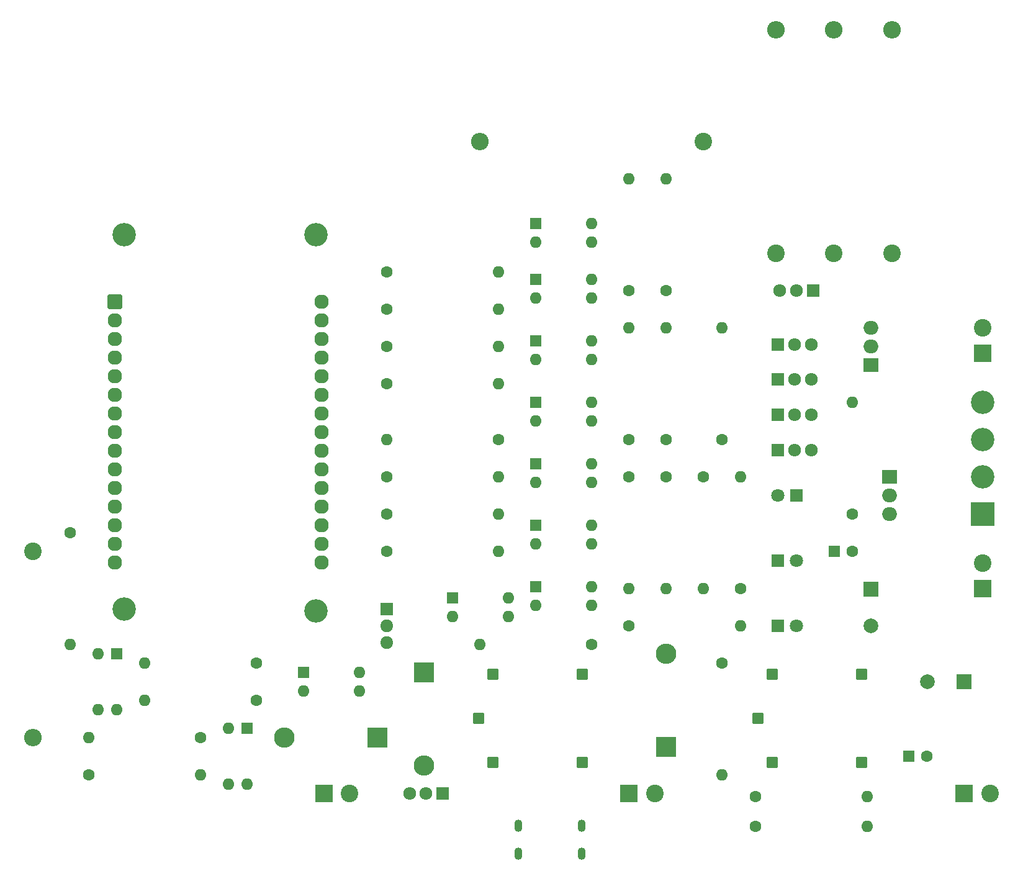
<source format=gbs>
%TF.GenerationSoftware,KiCad,Pcbnew,8.0.3*%
%TF.CreationDate,2024-06-26T23:10:24+05:30*%
%TF.ProjectId,new kicad,6e657720-6b69-4636-9164-2e6b69636164,rev?*%
%TF.SameCoordinates,Original*%
%TF.FileFunction,Soldermask,Bot*%
%TF.FilePolarity,Negative*%
%FSLAX46Y46*%
G04 Gerber Fmt 4.6, Leading zero omitted, Abs format (unit mm)*
G04 Created by KiCad (PCBNEW 8.0.3) date 2024-06-26 23:10:24*
%MOMM*%
%LPD*%
G01*
G04 APERTURE LIST*
G04 Aperture macros list*
%AMRoundRect*
0 Rectangle with rounded corners*
0 $1 Rounding radius*
0 $2 $3 $4 $5 $6 $7 $8 $9 X,Y pos of 4 corners*
0 Add a 4 corners polygon primitive as box body*
4,1,4,$2,$3,$4,$5,$6,$7,$8,$9,$2,$3,0*
0 Add four circle primitives for the rounded corners*
1,1,$1+$1,$2,$3*
1,1,$1+$1,$4,$5*
1,1,$1+$1,$6,$7*
1,1,$1+$1,$8,$9*
0 Add four rect primitives between the rounded corners*
20,1,$1+$1,$2,$3,$4,$5,0*
20,1,$1+$1,$4,$5,$6,$7,0*
20,1,$1+$1,$6,$7,$8,$9,0*
20,1,$1+$1,$8,$9,$2,$3,0*%
G04 Aperture macros list end*
%ADD10C,1.600000*%
%ADD11O,1.600000X1.600000*%
%ADD12O,1.100000X1.700000*%
%ADD13C,3.200000*%
%ADD14RoundRect,0.102000X-0.876300X-0.876300X0.876300X-0.876300X0.876300X0.876300X-0.876300X0.876300X0*%
%ADD15C,1.956600*%
%ADD16R,2.400000X2.400000*%
%ADD17C,2.400000*%
%ADD18R,1.600000X1.600000*%
%ADD19R,2.000000X1.905000*%
%ADD20O,2.000000X1.905000*%
%ADD21R,1.800000X1.800000*%
%ADD22C,1.800000*%
%ADD23O,2.400000X2.400000*%
%ADD24R,1.710000X1.800000*%
%ADD25O,1.710000X1.800000*%
%ADD26R,3.200000X3.200000*%
%ADD27RoundRect,0.102000X-0.654000X-0.654000X0.654000X-0.654000X0.654000X0.654000X-0.654000X0.654000X0*%
%ADD28R,2.800000X2.800000*%
%ADD29O,2.800000X2.800000*%
%ADD30R,2.000000X2.000000*%
%ADD31C,2.000000*%
%ADD32R,1.800000X1.710000*%
%ADD33O,1.800000X1.710000*%
G04 APERTURE END LIST*
D10*
%TO.C,R33*%
X177260000Y-149250000D03*
D11*
X192500000Y-149250000D03*
%TD*%
D10*
%TO.C,R32*%
X177260000Y-145200000D03*
D11*
X192500000Y-145200000D03*
%TD*%
D12*
%TO.C,J6*%
X144930000Y-149200000D03*
X144930000Y-153000000D03*
X153570000Y-149200000D03*
X153570000Y-153000000D03*
%TD*%
D10*
%TO.C,R16*%
X109220000Y-132080000D03*
D11*
X93980000Y-132080000D03*
%TD*%
D13*
%TO.C,U1*%
X91186000Y-68580000D03*
X91186000Y-119634000D03*
X117348000Y-68580000D03*
X117348000Y-119888000D03*
D14*
X89916000Y-77724000D03*
D15*
X89916000Y-80264000D03*
X89916000Y-82804000D03*
X89916000Y-85344000D03*
X89916000Y-87884000D03*
X89916000Y-90424000D03*
X89916000Y-92964000D03*
X89916000Y-95504000D03*
X89916000Y-98044000D03*
X89916000Y-100584000D03*
X89916000Y-103124000D03*
X89916000Y-105664000D03*
X89916000Y-108204000D03*
X89916000Y-110744000D03*
X89916000Y-113284000D03*
X118110000Y-113284000D03*
X118110000Y-110744000D03*
X118110000Y-108204000D03*
X118110000Y-105664000D03*
X118110000Y-103124000D03*
X118110000Y-100584000D03*
X118110000Y-98044000D03*
X118110000Y-95504000D03*
X118110000Y-92964000D03*
X118110000Y-90424000D03*
X118110000Y-87884000D03*
X118110000Y-85344000D03*
X118110000Y-82804000D03*
X118110000Y-80264000D03*
X118110000Y-77724000D03*
%TD*%
D10*
%TO.C,R12*%
X109220000Y-127000000D03*
D11*
X93980000Y-127000000D03*
%TD*%
D10*
%TO.C,R13*%
X160020000Y-101600000D03*
D11*
X160020000Y-116840000D03*
%TD*%
D16*
%TO.C,J4*%
X118420000Y-144780000D03*
D17*
X121920000Y-144780000D03*
%TD*%
D10*
%TO.C,R22*%
X127000000Y-88900000D03*
D11*
X142240000Y-88900000D03*
%TD*%
D18*
%TO.C,U12*%
X115580000Y-128265000D03*
D11*
X115580000Y-130805000D03*
X123200000Y-130805000D03*
X123200000Y-128265000D03*
%TD*%
D18*
%TO.C,U9*%
X147320000Y-99823000D03*
D11*
X147320000Y-102363000D03*
X154940000Y-102363000D03*
X154940000Y-99823000D03*
%TD*%
D10*
%TO.C,R4*%
X172720000Y-127000000D03*
D11*
X172720000Y-142240000D03*
%TD*%
D19*
%TO.C,U8*%
X193040000Y-86360000D03*
D20*
X193040000Y-83820000D03*
X193040000Y-81280000D03*
%TD*%
D21*
%TO.C,D6*%
X180340000Y-113030000D03*
D22*
X182880000Y-113030000D03*
%TD*%
D17*
%TO.C,R23*%
X170180000Y-55880000D03*
D23*
X139700000Y-55880000D03*
%TD*%
D24*
%TO.C,Q7*%
X180340000Y-97940000D03*
D25*
X182620000Y-97940000D03*
X184900000Y-97940000D03*
%TD*%
D10*
%TO.C,R5*%
X127000000Y-101600000D03*
D11*
X142240000Y-101600000D03*
%TD*%
D26*
%TO.C,D3*%
X208280000Y-106680000D03*
D13*
X208280000Y-101600000D03*
X208280000Y-96520000D03*
X208280000Y-91440000D03*
%TD*%
D10*
%TO.C,R17*%
X170180000Y-101600000D03*
D11*
X170180000Y-116840000D03*
%TD*%
D10*
%TO.C,R14*%
X165100000Y-101600000D03*
D11*
X165100000Y-116840000D03*
%TD*%
D19*
%TO.C,U5*%
X195580000Y-101600000D03*
D20*
X195580000Y-104140000D03*
X195580000Y-106680000D03*
%TD*%
D10*
%TO.C,R27*%
X160020000Y-76200000D03*
D11*
X160020000Y-60960000D03*
%TD*%
D17*
%TO.C,R3*%
X78740000Y-111760000D03*
D23*
X78740000Y-137160000D03*
%TD*%
D10*
%TO.C,R6*%
X127000000Y-106680000D03*
D11*
X142240000Y-106680000D03*
%TD*%
D10*
%TO.C,R18*%
X142240000Y-96520000D03*
D11*
X127000000Y-96520000D03*
%TD*%
D10*
%TO.C,R20*%
X127000000Y-78740000D03*
D11*
X142240000Y-78740000D03*
%TD*%
D24*
%TO.C,Q5*%
X180340000Y-88340000D03*
D25*
X182620000Y-88340000D03*
X184900000Y-88340000D03*
%TD*%
D10*
%TO.C,R9*%
X172720000Y-96520000D03*
D11*
X172720000Y-81280000D03*
%TD*%
D10*
%TO.C,R25*%
X160020000Y-121920000D03*
D11*
X175260000Y-121920000D03*
%TD*%
D17*
%TO.C,R26*%
X187960000Y-71120000D03*
D23*
X187960000Y-40640000D03*
%TD*%
D18*
%TO.C,U14*%
X147320000Y-74674000D03*
D11*
X147320000Y-77214000D03*
X154940000Y-77214000D03*
X154940000Y-74674000D03*
%TD*%
D10*
%TO.C,R11*%
X175260000Y-116840000D03*
D11*
X175260000Y-101600000D03*
%TD*%
D10*
%TO.C,R30*%
X165100000Y-96520000D03*
D11*
X165100000Y-81280000D03*
%TD*%
D10*
%TO.C,R21*%
X127000000Y-83820000D03*
D11*
X142240000Y-83820000D03*
%TD*%
D18*
%TO.C,U15*%
X147320000Y-83057000D03*
D11*
X147320000Y-85597000D03*
X154940000Y-85597000D03*
X154940000Y-83057000D03*
%TD*%
D18*
%TO.C,U11*%
X147320000Y-116589000D03*
D11*
X147320000Y-119129000D03*
X154940000Y-119129000D03*
X154940000Y-116589000D03*
%TD*%
D18*
%TO.C,U13*%
X147320000Y-67054000D03*
D11*
X147320000Y-69594000D03*
X154940000Y-69594000D03*
X154940000Y-67054000D03*
%TD*%
D10*
%TO.C,R1*%
X190500000Y-106680000D03*
D11*
X190500000Y-91440000D03*
%TD*%
D10*
%TO.C,R2*%
X83820000Y-109220000D03*
D11*
X83820000Y-124460000D03*
%TD*%
D18*
%TO.C,C3*%
X188000000Y-111760000D03*
D10*
X190500000Y-111760000D03*
%TD*%
%TO.C,R7*%
X127000000Y-111760000D03*
D11*
X142240000Y-111760000D03*
%TD*%
D16*
%TO.C,J1*%
X160020000Y-144780000D03*
D17*
X163520000Y-144780000D03*
%TD*%
D24*
%TO.C,Q6*%
X180340000Y-93140000D03*
D25*
X182620000Y-93140000D03*
X184900000Y-93140000D03*
%TD*%
D18*
%TO.C,U16*%
X147320000Y-91440000D03*
D11*
X147320000Y-93980000D03*
X154940000Y-93980000D03*
X154940000Y-91440000D03*
%TD*%
D10*
%TO.C,R15*%
X154940000Y-124460000D03*
D11*
X139700000Y-124460000D03*
%TD*%
D27*
%TO.C,U2*%
X141463250Y-128526750D03*
X139463250Y-134526750D03*
X141463250Y-140526750D03*
X153663250Y-140526750D03*
X153663250Y-128526750D03*
%TD*%
D21*
%TO.C,D4*%
X182880000Y-104140000D03*
D22*
X180340000Y-104140000D03*
%TD*%
D27*
%TO.C,U3*%
X179563250Y-128526750D03*
X177563250Y-134526750D03*
X179563250Y-140526750D03*
X191763250Y-140526750D03*
X191763250Y-128526750D03*
%TD*%
D21*
%TO.C,D7*%
X180340000Y-121920000D03*
D22*
X182880000Y-121920000D03*
%TD*%
D24*
%TO.C,Q4*%
X180340000Y-83540000D03*
D25*
X182620000Y-83540000D03*
X184900000Y-83540000D03*
%TD*%
D18*
%TO.C,U7*%
X107955000Y-135900000D03*
D11*
X105415000Y-135900000D03*
X105415000Y-143520000D03*
X107955000Y-143520000D03*
%TD*%
D10*
%TO.C,R28*%
X165100000Y-76200000D03*
D11*
X165100000Y-60960000D03*
%TD*%
D28*
%TO.C,D1*%
X132080000Y-128270000D03*
D29*
X132080000Y-140970000D03*
%TD*%
D24*
%TO.C,Q3*%
X185160000Y-76200000D03*
D25*
X182880000Y-76200000D03*
X180600000Y-76200000D03*
%TD*%
D30*
%TO.C,C2*%
X193040000Y-116920000D03*
D31*
X193040000Y-121920000D03*
%TD*%
D30*
%TO.C,C1*%
X205740000Y-129540000D03*
D31*
X200740000Y-129540000D03*
%TD*%
D17*
%TO.C,R31*%
X195910000Y-71120000D03*
D23*
X195910000Y-40640000D03*
%TD*%
D16*
%TO.C,J3*%
X208280000Y-84780000D03*
D17*
X208280000Y-81280000D03*
%TD*%
D24*
%TO.C,Q1*%
X134620000Y-144780000D03*
D25*
X132340000Y-144780000D03*
X130060000Y-144780000D03*
%TD*%
D32*
%TO.C,Q2*%
X127000000Y-119640000D03*
D33*
X127000000Y-121920000D03*
X127000000Y-124200000D03*
%TD*%
D10*
%TO.C,R19*%
X127000000Y-73660000D03*
D11*
X142240000Y-73660000D03*
%TD*%
D10*
%TO.C,R10*%
X86360000Y-142240000D03*
D11*
X101600000Y-142240000D03*
%TD*%
D18*
%TO.C,U4*%
X90175000Y-125740000D03*
D11*
X87635000Y-125740000D03*
X87635000Y-133360000D03*
X90175000Y-133360000D03*
%TD*%
D18*
%TO.C,C4*%
X198160000Y-139700000D03*
D10*
X200660000Y-139700000D03*
%TD*%
D18*
%TO.C,U6*%
X135900000Y-118105000D03*
D11*
X135900000Y-120645000D03*
X143520000Y-120645000D03*
X143520000Y-118105000D03*
%TD*%
D10*
%TO.C,R8*%
X101600000Y-137160000D03*
D11*
X86360000Y-137160000D03*
%TD*%
D10*
%TO.C,R29*%
X160020000Y-96520000D03*
D11*
X160020000Y-81280000D03*
%TD*%
D17*
%TO.C,R24*%
X180010000Y-71120000D03*
D23*
X180010000Y-40640000D03*
%TD*%
D28*
%TO.C,D5*%
X125730000Y-137160000D03*
D29*
X113030000Y-137160000D03*
%TD*%
D16*
%TO.C,J5*%
X205740000Y-144780000D03*
D17*
X209240000Y-144780000D03*
%TD*%
D18*
%TO.C,U10*%
X147320000Y-108206000D03*
D11*
X147320000Y-110746000D03*
X154940000Y-110746000D03*
X154940000Y-108206000D03*
%TD*%
D16*
%TO.C,J2*%
X208280000Y-116840000D03*
D17*
X208280000Y-113340000D03*
%TD*%
D28*
%TO.C,D2*%
X165100000Y-138430000D03*
D29*
X165100000Y-125730000D03*
%TD*%
M02*

</source>
